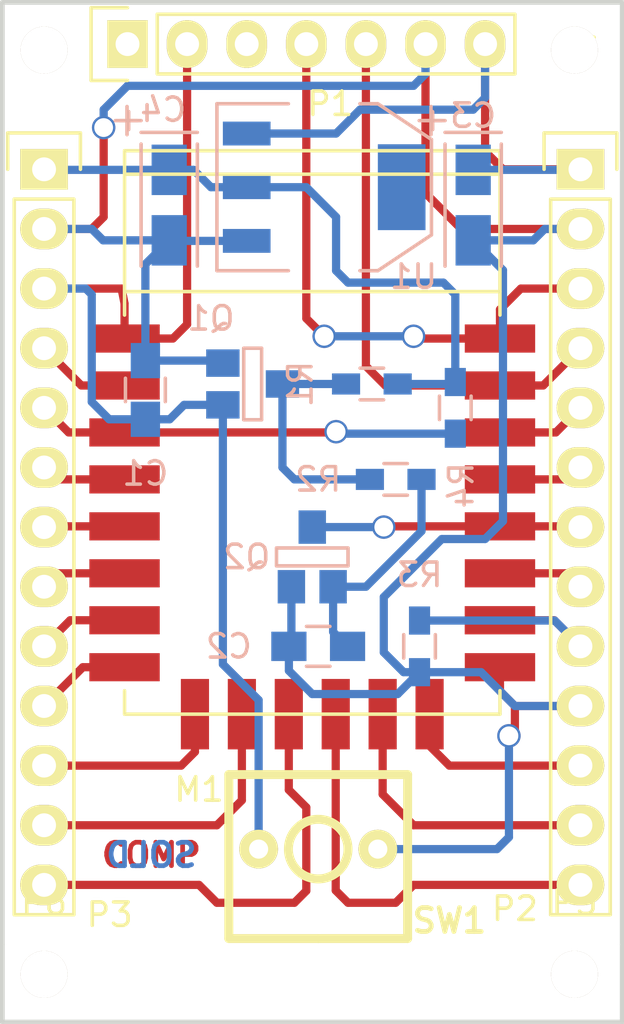
<source format=kicad_pcb>
(kicad_pcb (version 4) (host pcbnew "(2015-01-16 BZR 5376)-product")

  (general
    (links 55)
    (no_connects 0)
    (area 108.891667 38.707 142.568334 84.682001)
    (thickness 1.6)
    (drawings 8)
    (tracks 180)
    (zones 0)
    (modules 20)
    (nets 33)
  )

  (page A4)
  (layers
    (0 F.Cu signal)
    (31 B.Cu signal)
    (32 B.Adhes user)
    (33 F.Adhes user)
    (34 B.Paste user)
    (35 F.Paste user)
    (36 B.SilkS user)
    (37 F.SilkS user)
    (38 B.Mask user)
    (39 F.Mask user)
    (40 Dwgs.User user)
    (41 Cmts.User user)
    (42 Eco1.User user)
    (43 Eco2.User user)
    (44 Edge.Cuts user)
    (45 Margin user)
    (46 B.CrtYd user)
    (47 F.CrtYd user)
    (48 B.Fab user)
    (49 F.Fab user)
  )

  (setup
    (last_trace_width 0.35)
    (trace_clearance 0.5)
    (zone_clearance 0.508)
    (zone_45_only no)
    (trace_min 0.254)
    (segment_width 0.2)
    (edge_width 0.2)
    (via_size 1)
    (via_drill 0.8)
    (via_min_size 0.889)
    (via_min_drill 0.508)
    (uvia_size 0.508)
    (uvia_drill 0.127)
    (uvias_allowed no)
    (uvia_min_size 0.508)
    (uvia_min_drill 0.127)
    (pcb_text_width 0.3)
    (pcb_text_size 1.5 1.5)
    (mod_edge_width 0.15)
    (mod_text_size 1 1)
    (mod_text_width 0.15)
    (pad_size 2 2)
    (pad_drill 2)
    (pad_to_mask_clearance 0)
    (aux_axis_origin 0 0)
    (visible_elements 7FFFF7FF)
    (pcbplotparams
      (layerselection 0x00000_80000001)
      (usegerberextensions false)
      (excludeedgelayer false)
      (linewidth 0.100000)
      (plotframeref false)
      (viasonmask false)
      (mode 1)
      (useauxorigin false)
      (hpglpennumber 1)
      (hpglpenspeed 20)
      (hpglpendiameter 15)
      (hpglpenoverlay 2)
      (psnegative false)
      (psa4output false)
      (plotreference true)
      (plotvalue true)
      (plotinvisibletext false)
      (padsonsilk false)
      (subtractmaskfromsilk false)
      (outputformat 2)
      (mirror false)
      (drillshape 0)
      (scaleselection 1)
      (outputdirectory ""))
  )

  (net 0 "")
  (net 1 /DTR)
  (net 2 GND)
  (net 3 "Net-(C2-Pad1)")
  (net 4 +5V)
  (net 5 +3V3)
  (net 6 "Net-(M1-Pad16)")
  (net 7 "Net-(M1-Pad2)")
  (net 8 "Net-(M1-Pad3)")
  (net 9 "Net-(M1-Pad4)")
  (net 10 "Net-(M1-Pad5)")
  (net 11 "Net-(M1-Pad6)")
  (net 12 "Net-(M1-Pad7)")
  (net 13 "Net-(M1-Pad8)")
  (net 14 "Net-(M1-Pad9)")
  (net 15 "Net-(M1-Pad10)")
  (net 16 /GPIO10)
  (net 17 /MOSI)
  (net 18 /SCK)
  (net 19 "Net-(M1-Pad11)")
  (net 20 "Net-(M1-Pad17)")
  (net 21 /GPIO0)
  (net 22 "Net-(M1-Pad19)")
  (net 23 "Net-(M1-Pad20)")
  (net 24 /TX)
  (net 25 /RX)
  (net 26 "Net-(P1-Pad1)")
  (net 27 "Net-(P1-Pad3)")
  (net 28 "Net-(Q1-PadD)")
  (net 29 "Net-(P4-Pad1)")
  (net 30 "Net-(P5-Pad1)")
  (net 31 "Net-(P6-Pad1)")
  (net 32 "Net-(P7-Pad1)")

  (net_class Default "This is the default net class."
    (clearance 0.5)
    (trace_width 0.35)
    (via_dia 1)
    (via_drill 0.8)
    (uvia_dia 0.508)
    (uvia_drill 0.127)
    (add_net +3V3)
    (add_net +5V)
    (add_net /DTR)
    (add_net /GPIO0)
    (add_net /GPIO10)
    (add_net /MOSI)
    (add_net /RX)
    (add_net /SCK)
    (add_net /TX)
    (add_net GND)
    (add_net "Net-(C2-Pad1)")
    (add_net "Net-(M1-Pad10)")
    (add_net "Net-(M1-Pad11)")
    (add_net "Net-(M1-Pad16)")
    (add_net "Net-(M1-Pad17)")
    (add_net "Net-(M1-Pad19)")
    (add_net "Net-(M1-Pad2)")
    (add_net "Net-(M1-Pad20)")
    (add_net "Net-(M1-Pad3)")
    (add_net "Net-(M1-Pad4)")
    (add_net "Net-(M1-Pad5)")
    (add_net "Net-(M1-Pad6)")
    (add_net "Net-(M1-Pad7)")
    (add_net "Net-(M1-Pad8)")
    (add_net "Net-(M1-Pad9)")
    (add_net "Net-(P1-Pad1)")
    (add_net "Net-(P1-Pad3)")
    (add_net "Net-(P4-Pad1)")
    (add_net "Net-(P5-Pad1)")
    (add_net "Net-(P6-Pad1)")
    (add_net "Net-(P7-Pad1)")
    (add_net "Net-(Q1-PadD)")
  )

  (module Connect:1pin (layer F.Cu) (tedit 5576C7DE) (tstamp 5576C42C)
    (at 136.906 43.18)
    (descr "module 1 pin (ou trou mecanique de percage)")
    (tags DEV)
    (path /5576C13E)
    (fp_text reference P7 (at 0 0) (layer F.SilkS)
      (effects (font (size 1 1) (thickness 0.15)))
    )
    (fp_text value CONN_01X01 (at 0 2.794) (layer F.Fab) hide
      (effects (font (size 1 1) (thickness 0.15)))
    )
    (pad 1 thru_hole circle (at 0 0) (size 2 2) (drill 2) (layers *.Cu *.Mask F.SilkS)
      (net 32 "Net-(P7-Pad1)"))
  )

  (module Connect:1pin (layer F.Cu) (tedit 5576C7EA) (tstamp 5576C5A5)
    (at 114.3 43.18)
    (descr "module 1 pin (ou trou mecanique de percage)")
    (tags DEV)
    (path /5576BDB1)
    (fp_text reference P4 (at 0 0) (layer F.SilkS)
      (effects (font (size 1 1) (thickness 0.15)))
    )
    (fp_text value CONN_01X01 (at 0 2.794) (layer F.Fab) hide
      (effects (font (size 1 1) (thickness 0.15)))
    )
    (pad 1 thru_hole circle (at 0 0) (size 2 2) (drill 2) (layers *.Cu *.Mask F.SilkS)
      (net 29 "Net-(P4-Pad1)"))
  )

  (module Connect:1pin (layer F.Cu) (tedit 5576C7FA) (tstamp 5576C426)
    (at 114.3 82.55)
    (descr "module 1 pin (ou trou mecanique de percage)")
    (tags DEV)
    (path /5576C098)
    (fp_text reference P6 (at 0 -3.048) (layer F.SilkS)
      (effects (font (size 1 1) (thickness 0.15)))
    )
    (fp_text value CONN_01X01 (at 6.858 0.508) (layer F.Fab) hide
      (effects (font (size 1 1) (thickness 0.15)))
    )
    (pad 1 thru_hole circle (at 0 0) (size 2 2) (drill 2) (layers *.Cu *.Mask F.SilkS)
      (net 31 "Net-(P6-Pad1)"))
  )

  (module Connect:1pin (layer F.Cu) (tedit 5576C7FC) (tstamp 5576C420)
    (at 136.906 82.55)
    (descr "module 1 pin (ou trou mecanique de percage)")
    (tags DEV)
    (path /5576BFB1)
    (fp_text reference P5 (at 0 -3.048) (layer F.SilkS)
      (effects (font (size 1 1) (thickness 0.15)))
    )
    (fp_text value CONN_01X01 (at -5.842 0.508) (layer F.Fab) hide
      (effects (font (size 1 1) (thickness 0.15)))
    )
    (pad 1 thru_hole circle (at 0 0) (size 2 2) (drill 2) (layers *.Cu *.Mask F.SilkS)
      (net 30 "Net-(P5-Pad1)"))
  )

  (module Capacitors_SMD:C_0805_HandSoldering (layer B.Cu) (tedit 55769559) (tstamp 556CF1A9)
    (at 118.618 57.658 90)
    (descr "Capacitor SMD 0805, hand soldering")
    (tags "capacitor 0805")
    (path /556CE6F6)
    (attr smd)
    (fp_text reference C1 (at -3.556 0 180) (layer B.SilkS)
      (effects (font (size 1 1) (thickness 0.15)) (justify mirror))
    )
    (fp_text value 0.1u (at 0 -2.1 90) (layer B.Fab)
      (effects (font (size 1 1) (thickness 0.15)) (justify mirror))
    )
    (fp_line (start -2.3 1) (end 2.3 1) (layer B.CrtYd) (width 0.05))
    (fp_line (start -2.3 -1) (end 2.3 -1) (layer B.CrtYd) (width 0.05))
    (fp_line (start -2.3 1) (end -2.3 -1) (layer B.CrtYd) (width 0.05))
    (fp_line (start 2.3 1) (end 2.3 -1) (layer B.CrtYd) (width 0.05))
    (fp_line (start 0.5 0.85) (end -0.5 0.85) (layer B.SilkS) (width 0.15))
    (fp_line (start -0.5 -0.85) (end 0.5 -0.85) (layer B.SilkS) (width 0.15))
    (pad 1 smd rect (at -1.25 0 90) (size 1.5 1.25) (layers B.Cu B.Paste B.Mask)
      (net 1 /DTR))
    (pad 2 smd rect (at 1.25 0 90) (size 1.5 1.25) (layers B.Cu B.Paste B.Mask)
      (net 2 GND))
    (model Capacitors_SMD.3dshapes/C_0805_HandSoldering.wrl
      (at (xyz 0 0 0))
      (scale (xyz 1 1 1))
      (rotate (xyz 0 0 0))
    )
  )

  (module Capacitors_SMD:C_0805_HandSoldering (layer B.Cu) (tedit 557694B6) (tstamp 556CF1B5)
    (at 125.984 68.58 180)
    (descr "Capacitor SMD 0805, hand soldering")
    (tags "capacitor 0805")
    (path /556CE6DD)
    (attr smd)
    (fp_text reference C2 (at 3.81 0 180) (layer B.SilkS)
      (effects (font (size 1 1) (thickness 0.15)) (justify mirror))
    )
    (fp_text value 2u2 (at 0 -2.1 180) (layer B.Fab)
      (effects (font (size 1 1) (thickness 0.15)) (justify mirror))
    )
    (fp_line (start -2.3 1) (end 2.3 1) (layer B.CrtYd) (width 0.05))
    (fp_line (start -2.3 -1) (end 2.3 -1) (layer B.CrtYd) (width 0.05))
    (fp_line (start -2.3 1) (end -2.3 -1) (layer B.CrtYd) (width 0.05))
    (fp_line (start 2.3 1) (end 2.3 -1) (layer B.CrtYd) (width 0.05))
    (fp_line (start 0.5 0.85) (end -0.5 0.85) (layer B.SilkS) (width 0.15))
    (fp_line (start -0.5 -0.85) (end 0.5 -0.85) (layer B.SilkS) (width 0.15))
    (pad 1 smd rect (at -1.25 0 180) (size 1.5 1.25) (layers B.Cu B.Paste B.Mask)
      (net 3 "Net-(C2-Pad1)"))
    (pad 2 smd rect (at 1.25 0 180) (size 1.5 1.25) (layers B.Cu B.Paste B.Mask)
      (net 2 GND))
    (model Capacitors_SMD.3dshapes/C_0805_HandSoldering.wrl
      (at (xyz 0 0 0))
      (scale (xyz 1 1 1))
      (rotate (xyz 0 0 0))
    )
  )

  (module Capacitors_Tantalum_SMD:TantalC_SizeA_EIA-3216_Wave (layer B.Cu) (tedit 5576952F) (tstamp 556CF1C1)
    (at 132.588 49.784 270)
    (descr "Tantal Cap. , Size A, EIA-3216, Wave,")
    (tags "Tantal Cap. , Size A, EIA-3216, Wave,")
    (path /556CE6E1)
    (attr smd)
    (fp_text reference C3 (at -3.81 0 360) (layer B.SilkS)
      (effects (font (size 1 1) (thickness 0.15)) (justify mirror))
    )
    (fp_text value 4u7 (at 0 -0.254 270) (layer B.Fab)
      (effects (font (size 1 1) (thickness 0.15)) (justify mirror))
    )
    (fp_text user + (at -3.59918 1.80086 270) (layer B.SilkS)
      (effects (font (size 1 1) (thickness 0.15)) (justify mirror))
    )
    (fp_line (start -2.60096 -1.19888) (end 2.60096 -1.19888) (layer B.SilkS) (width 0.15))
    (fp_line (start 2.60096 1.19888) (end -2.60096 1.19888) (layer B.SilkS) (width 0.15))
    (fp_line (start -3.59918 2.2987) (end -3.59918 1.19888) (layer B.SilkS) (width 0.15))
    (fp_line (start -4.19862 1.79832) (end -2.99974 1.79832) (layer B.SilkS) (width 0.15))
    (fp_line (start -3.09626 1.19888) (end -3.09626 -1.19888) (layer B.SilkS) (width 0.15))
    (pad 2 smd rect (at 1.50114 0 270) (size 2.14884 1.50114) (layers B.Cu B.Paste B.Mask)
      (net 2 GND))
    (pad 1 smd rect (at -1.50114 0 270) (size 2.14884 1.50114) (layers B.Cu B.Paste B.Mask)
      (net 4 +5V))
    (model Capacitors_Tantalum_SMD.3dshapes/TantalC_SizeA_EIA-3216_Wave.wrl
      (at (xyz 0 0 0))
      (scale (xyz 1 1 1))
      (rotate (xyz 0 0 180))
    )
  )

  (module Capacitors_Tantalum_SMD:TantalC_SizeA_EIA-3216_Wave (layer B.Cu) (tedit 55769473) (tstamp 556CF1CD)
    (at 119.634 49.784 270)
    (descr "Tantal Cap. , Size A, EIA-3216, Wave,")
    (tags "Tantal Cap. , Size A, EIA-3216, Wave,")
    (path /556CE6E0)
    (attr smd)
    (fp_text reference C4 (at -4.064 0.254 360) (layer B.SilkS)
      (effects (font (size 1 1) (thickness 0.15)) (justify mirror))
    )
    (fp_text value 10u (at -2.54 0 360) (layer B.Fab) hide
      (effects (font (size 1 1) (thickness 0.15)) (justify mirror))
    )
    (fp_text user + (at -3.59918 1.80086 270) (layer B.SilkS)
      (effects (font (size 1 1) (thickness 0.15)) (justify mirror))
    )
    (fp_line (start -2.60096 -1.19888) (end 2.60096 -1.19888) (layer B.SilkS) (width 0.15))
    (fp_line (start 2.60096 1.19888) (end -2.60096 1.19888) (layer B.SilkS) (width 0.15))
    (fp_line (start -3.59918 2.2987) (end -3.59918 1.19888) (layer B.SilkS) (width 0.15))
    (fp_line (start -4.19862 1.79832) (end -2.99974 1.79832) (layer B.SilkS) (width 0.15))
    (fp_line (start -3.09626 1.19888) (end -3.09626 -1.19888) (layer B.SilkS) (width 0.15))
    (pad 2 smd rect (at 1.50114 0 270) (size 2.14884 1.50114) (layers B.Cu B.Paste B.Mask)
      (net 2 GND))
    (pad 1 smd rect (at -1.50114 0 270) (size 2.14884 1.50114) (layers B.Cu B.Paste B.Mask)
      (net 5 +3V3))
    (model Capacitors_Tantalum_SMD.3dshapes/TantalC_SizeA_EIA-3216_Wave.wrl
      (at (xyz 0 0 0))
      (scale (xyz 1 1 1))
      (rotate (xyz 0 0 180))
    )
  )

  (module ESP12E:ESP-12E (layer F.Cu) (tedit 5576986E) (tstamp 556CF1F2)
    (at 125.73 61.468 270)
    (path /556CE6F8)
    (fp_text reference M1 (at 13.208 4.826 360) (layer F.SilkS)
      (effects (font (size 1 1) (thickness 0.15)))
    )
    (fp_text value ESP-12E (at -6.604 0 360) (layer F.SilkS) hide
      (effects (font (size 1.016 1.016) (thickness 0.1524)))
    )
    (fp_line (start -13 -8) (end -14 -8) (layer F.SilkS) (width 0.15))
    (fp_line (start -14 -8) (end -14 8) (layer F.SilkS) (width 0.15))
    (fp_line (start -14 8) (end -13 8) (layer F.SilkS) (width 0.15))
    (fp_line (start -8 -8) (end -8 8) (layer F.SilkS) (width 0.15))
    (fp_line (start -7 8) (end -13 8) (layer F.SilkS) (width 0.15))
    (fp_line (start -13 8) (end -13 -8) (layer F.SilkS) (width 0.15))
    (fp_line (start -13 -8) (end -7 -8) (layer F.SilkS) (width 0.15))
    (fp_line (start 9 8) (end 10 8) (layer F.SilkS) (width 0.15))
    (fp_line (start 10 8) (end 10 -8) (layer F.SilkS) (width 0.15))
    (fp_line (start 10 -8) (end 9 -8) (layer F.SilkS) (width 0.15))
    (pad 16 smd rect (at 6 -8 270) (size 1.2 3) (layers F.Cu F.Paste F.Mask)
      (net 6 "Net-(M1-Pad16)"))
    (pad 1 smd rect (at -6 8 270) (size 1.2 3) (layers F.Cu F.Paste F.Mask)
      (net 1 /DTR))
    (pad 2 smd rect (at -4 8 270) (size 1.2 3) (layers F.Cu F.Paste F.Mask)
      (net 7 "Net-(M1-Pad2)"))
    (pad 3 smd rect (at -2 8 270) (size 1.2 3) (layers F.Cu F.Paste F.Mask)
      (net 8 "Net-(M1-Pad3)"))
    (pad 4 smd rect (at 0 8 270) (size 1.2 3) (layers F.Cu F.Paste F.Mask)
      (net 9 "Net-(M1-Pad4)"))
    (pad 5 smd rect (at 2 8 270) (size 1.2 3) (layers F.Cu F.Paste F.Mask)
      (net 10 "Net-(M1-Pad5)"))
    (pad 6 smd rect (at 4 8 270) (size 1.2 3) (layers F.Cu F.Paste F.Mask)
      (net 11 "Net-(M1-Pad6)"))
    (pad 7 smd rect (at 6 8 270) (size 1.2 3) (layers F.Cu F.Paste F.Mask)
      (net 12 "Net-(M1-Pad7)"))
    (pad 8 smd rect (at 8 8 270) (size 1.2 3) (layers F.Cu F.Paste F.Mask)
      (net 13 "Net-(M1-Pad8)"))
    (pad 9 smd rect (at 10 5 180) (size 1.2 3) (layers F.Cu F.Paste F.Mask)
      (net 14 "Net-(M1-Pad9)"))
    (pad 10 smd rect (at 10 3 180) (size 1.2 3) (layers F.Cu F.Paste F.Mask)
      (net 15 "Net-(M1-Pad10)"))
    (pad 12 smd rect (at 10 -1 180) (size 1.2 3) (layers F.Cu F.Paste F.Mask)
      (net 16 /GPIO10))
    (pad 13 smd rect (at 10 -3 180) (size 1.2 3) (layers F.Cu F.Paste F.Mask)
      (net 17 /MOSI))
    (pad 14 smd rect (at 10 -5 180) (size 1.2 3) (layers F.Cu F.Paste F.Mask)
      (net 18 /SCK))
    (pad 15 smd rect (at 8 -8 270) (size 1.2 3) (layers F.Cu F.Paste F.Mask)
      (net 2 GND))
    (pad 16 smd rect (at 6 -8 270) (size 1.2 3) (layers F.Cu F.Paste F.Mask)
      (net 6 "Net-(M1-Pad16)"))
    (pad 11 smd rect (at 10 1 180) (size 1.2 3) (layers F.Cu F.Paste F.Mask)
      (net 19 "Net-(M1-Pad11)"))
    (pad 17 smd rect (at 4 -8 270) (size 1.2 3) (layers F.Cu F.Paste F.Mask)
      (net 20 "Net-(M1-Pad17)"))
    (pad 18 smd rect (at 2 -8 270) (size 1.2 3) (layers F.Cu F.Paste F.Mask)
      (net 21 /GPIO0))
    (pad 19 smd rect (at 0 -8 270) (size 1.2 3) (layers F.Cu F.Paste F.Mask)
      (net 22 "Net-(M1-Pad19)"))
    (pad 20 smd rect (at -2 -8 270) (size 1.2 3) (layers F.Cu F.Paste F.Mask)
      (net 23 "Net-(M1-Pad20)"))
    (pad 21 smd rect (at -4 -8 270) (size 1.2 3) (layers F.Cu F.Paste F.Mask)
      (net 24 /TX))
    (pad 22 smd rect (at -6 -8 270) (size 1.2 3) (layers F.Cu F.Paste F.Mask)
      (net 25 /RX))
  )

  (module Pin_Headers:Pin_Header_Straight_1x13 (layer F.Cu) (tedit 5576AAE4) (tstamp 5576AAF9)
    (at 137.16 48.26)
    (descr "Through hole pin header")
    (tags "pin header")
    (path /556CE9FA)
    (fp_text reference P2 (at -2.794 31.496) (layer F.SilkS)
      (effects (font (size 1 1) (thickness 0.15)))
    )
    (fp_text value CONN_01X13 (at 0 -3.1) (layer F.Fab) hide
      (effects (font (size 1 1) (thickness 0.15)))
    )
    (fp_line (start -1.75 -1.75) (end -1.75 32.25) (layer F.CrtYd) (width 0.05))
    (fp_line (start 1.75 -1.75) (end 1.75 32.25) (layer F.CrtYd) (width 0.05))
    (fp_line (start -1.75 -1.75) (end 1.75 -1.75) (layer F.CrtYd) (width 0.05))
    (fp_line (start -1.75 32.25) (end 1.75 32.25) (layer F.CrtYd) (width 0.05))
    (fp_line (start -1.27 1.27) (end -1.27 31.75) (layer F.SilkS) (width 0.15))
    (fp_line (start -1.27 31.75) (end 1.27 31.75) (layer F.SilkS) (width 0.15))
    (fp_line (start 1.27 31.75) (end 1.27 1.27) (layer F.SilkS) (width 0.15))
    (fp_line (start 1.55 -1.55) (end 1.55 0) (layer F.SilkS) (width 0.15))
    (fp_line (start 1.27 1.27) (end -1.27 1.27) (layer F.SilkS) (width 0.15))
    (fp_line (start -1.55 0) (end -1.55 -1.55) (layer F.SilkS) (width 0.15))
    (fp_line (start -1.55 -1.55) (end 1.55 -1.55) (layer F.SilkS) (width 0.15))
    (pad 1 thru_hole rect (at 0 0) (size 2.032 1.7272) (drill 1.016) (layers *.Cu *.Mask F.SilkS)
      (net 4 +5V))
    (pad 2 thru_hole oval (at 0 2.54) (size 2.032 1.7272) (drill 1.016) (layers *.Cu *.Mask F.SilkS)
      (net 2 GND))
    (pad 3 thru_hole oval (at 0 5.08) (size 2.032 1.7272) (drill 1.016) (layers *.Cu *.Mask F.SilkS)
      (net 25 /RX))
    (pad 4 thru_hole oval (at 0 7.62) (size 2.032 1.7272) (drill 1.016) (layers *.Cu *.Mask F.SilkS)
      (net 24 /TX))
    (pad 5 thru_hole oval (at 0 10.16) (size 2.032 1.7272) (drill 1.016) (layers *.Cu *.Mask F.SilkS)
      (net 23 "Net-(M1-Pad20)"))
    (pad 6 thru_hole oval (at 0 12.7) (size 2.032 1.7272) (drill 1.016) (layers *.Cu *.Mask F.SilkS)
      (net 22 "Net-(M1-Pad19)"))
    (pad 7 thru_hole oval (at 0 15.24) (size 2.032 1.7272) (drill 1.016) (layers *.Cu *.Mask F.SilkS)
      (net 21 /GPIO0))
    (pad 8 thru_hole oval (at 0 17.78) (size 2.032 1.7272) (drill 1.016) (layers *.Cu *.Mask F.SilkS)
      (net 20 "Net-(M1-Pad17)"))
    (pad 9 thru_hole oval (at 0 20.32) (size 2.032 1.7272) (drill 1.016) (layers *.Cu *.Mask F.SilkS)
      (net 6 "Net-(M1-Pad16)"))
    (pad 10 thru_hole oval (at 0 22.86) (size 2.032 1.7272) (drill 1.016) (layers *.Cu *.Mask F.SilkS)
      (net 2 GND))
    (pad 11 thru_hole oval (at 0 25.4) (size 2.032 1.7272) (drill 1.016) (layers *.Cu *.Mask F.SilkS)
      (net 18 /SCK))
    (pad 12 thru_hole oval (at 0 27.94) (size 2.032 1.7272) (drill 1.016) (layers *.Cu *.Mask F.SilkS)
      (net 17 /MOSI))
    (pad 13 thru_hole oval (at 0 30.48) (size 2.032 1.7272) (drill 1.016) (layers *.Cu *.Mask F.SilkS)
      (net 16 /GPIO10))
    (model Pin_Headers.3dshapes/Pin_Header_Straight_1x13.wrl
      (at (xyz 0 -0.6 0))
      (scale (xyz 1 1 1))
      (rotate (xyz 0 0 90))
    )
  )

  (module Pin_Headers:Pin_Header_Straight_1x13 (layer F.Cu) (tedit 5576AAE0) (tstamp 5576AB16)
    (at 114.3 48.26)
    (descr "Through hole pin header")
    (tags "pin header")
    (path /556CEB45)
    (fp_text reference P3 (at 2.794 31.75) (layer F.SilkS)
      (effects (font (size 1 1) (thickness 0.15)))
    )
    (fp_text value CONN_01X13 (at 0 -3.1) (layer F.Fab) hide
      (effects (font (size 1 1) (thickness 0.15)))
    )
    (fp_line (start -1.75 -1.75) (end -1.75 32.25) (layer F.CrtYd) (width 0.05))
    (fp_line (start 1.75 -1.75) (end 1.75 32.25) (layer F.CrtYd) (width 0.05))
    (fp_line (start -1.75 -1.75) (end 1.75 -1.75) (layer F.CrtYd) (width 0.05))
    (fp_line (start -1.75 32.25) (end 1.75 32.25) (layer F.CrtYd) (width 0.05))
    (fp_line (start -1.27 1.27) (end -1.27 31.75) (layer F.SilkS) (width 0.15))
    (fp_line (start -1.27 31.75) (end 1.27 31.75) (layer F.SilkS) (width 0.15))
    (fp_line (start 1.27 31.75) (end 1.27 1.27) (layer F.SilkS) (width 0.15))
    (fp_line (start 1.55 -1.55) (end 1.55 0) (layer F.SilkS) (width 0.15))
    (fp_line (start 1.27 1.27) (end -1.27 1.27) (layer F.SilkS) (width 0.15))
    (fp_line (start -1.55 0) (end -1.55 -1.55) (layer F.SilkS) (width 0.15))
    (fp_line (start -1.55 -1.55) (end 1.55 -1.55) (layer F.SilkS) (width 0.15))
    (pad 1 thru_hole rect (at 0 0) (size 2.032 1.7272) (drill 1.016) (layers *.Cu *.Mask F.SilkS)
      (net 5 +3V3))
    (pad 2 thru_hole oval (at 0 2.54) (size 2.032 1.7272) (drill 1.016) (layers *.Cu *.Mask F.SilkS)
      (net 2 GND))
    (pad 3 thru_hole oval (at 0 5.08) (size 2.032 1.7272) (drill 1.016) (layers *.Cu *.Mask F.SilkS)
      (net 1 /DTR))
    (pad 4 thru_hole oval (at 0 7.62) (size 2.032 1.7272) (drill 1.016) (layers *.Cu *.Mask F.SilkS)
      (net 7 "Net-(M1-Pad2)"))
    (pad 5 thru_hole oval (at 0 10.16) (size 2.032 1.7272) (drill 1.016) (layers *.Cu *.Mask F.SilkS)
      (net 8 "Net-(M1-Pad3)"))
    (pad 6 thru_hole oval (at 0 12.7) (size 2.032 1.7272) (drill 1.016) (layers *.Cu *.Mask F.SilkS)
      (net 9 "Net-(M1-Pad4)"))
    (pad 7 thru_hole oval (at 0 15.24) (size 2.032 1.7272) (drill 1.016) (layers *.Cu *.Mask F.SilkS)
      (net 10 "Net-(M1-Pad5)"))
    (pad 8 thru_hole oval (at 0 17.78) (size 2.032 1.7272) (drill 1.016) (layers *.Cu *.Mask F.SilkS)
      (net 11 "Net-(M1-Pad6)"))
    (pad 9 thru_hole oval (at 0 20.32) (size 2.032 1.7272) (drill 1.016) (layers *.Cu *.Mask F.SilkS)
      (net 12 "Net-(M1-Pad7)"))
    (pad 10 thru_hole oval (at 0 22.86) (size 2.032 1.7272) (drill 1.016) (layers *.Cu *.Mask F.SilkS)
      (net 13 "Net-(M1-Pad8)"))
    (pad 11 thru_hole oval (at 0 25.4) (size 2.032 1.7272) (drill 1.016) (layers *.Cu *.Mask F.SilkS)
      (net 14 "Net-(M1-Pad9)"))
    (pad 12 thru_hole oval (at 0 27.94) (size 2.032 1.7272) (drill 1.016) (layers *.Cu *.Mask F.SilkS)
      (net 15 "Net-(M1-Pad10)"))
    (pad 13 thru_hole oval (at 0 30.48) (size 2.032 1.7272) (drill 1.016) (layers *.Cu *.Mask F.SilkS)
      (net 19 "Net-(M1-Pad11)"))
    (model Pin_Headers.3dshapes/Pin_Header_Straight_1x13.wrl
      (at (xyz 0 -0.6 0))
      (scale (xyz 1 1 1))
      (rotate (xyz 0 0 90))
    )
  )

  (module ESP12E:SOT-23-GDS (layer B.Cu) (tedit 55769467) (tstamp 556CF28A)
    (at 123.19 57.404 270)
    (descr "Module CMS SOT23 Transistore EBC")
    (tags "CMS SOT")
    (path /556CE6DB)
    (attr smd)
    (fp_text reference Q1 (at -2.794 1.778 360) (layer B.SilkS)
      (effects (font (size 1 1) (thickness 0.15)) (justify mirror))
    )
    (fp_text value BSS138 (at 0 0 270) (layer B.SilkS) hide
      (effects (font (size 0.254 0.254) (thickness 0.0254)) (justify mirror))
    )
    (fp_line (start -1.524 0.381) (end 1.524 0.381) (layer B.SilkS) (width 0.15))
    (fp_line (start 1.524 0.381) (end 1.524 -0.381) (layer B.SilkS) (width 0.15))
    (fp_line (start 1.524 -0.381) (end -1.524 -0.381) (layer B.SilkS) (width 0.15))
    (fp_line (start -1.524 -0.381) (end -1.524 0.381) (layer B.SilkS) (width 0.15))
    (pad S smd rect (at -0.889 1.27 270) (size 1.1684 1.4224) (layers B.Cu B.Paste B.Mask)
      (net 2 GND))
    (pad G smd rect (at 0.889 1.27 270) (size 1.1684 1.4224) (layers B.Cu B.Paste B.Mask)
      (net 1 /DTR))
    (pad D smd rect (at 0 -1.27 270) (size 1.1684 1.4224) (layers B.Cu B.Paste B.Mask)
      (net 28 "Net-(Q1-PadD)"))
    (model SMD_Packages/SOT-23-GDS.wrl
      (at (xyz 0 0 0))
      (scale (xyz 0.13 0.15 0.15))
      (rotate (xyz 0 0 0))
    )
  )

  (module ESP12E:SOT-23-GDS (layer B.Cu) (tedit 5576944A) (tstamp 556CF295)
    (at 125.73 64.77)
    (descr "Module CMS SOT23 Transistore EBC")
    (tags "CMS SOT")
    (path /556CE6DA)
    (attr smd)
    (fp_text reference Q2 (at -2.794 0) (layer B.SilkS)
      (effects (font (size 1 1) (thickness 0.15)) (justify mirror))
    )
    (fp_text value BSS138 (at 0 0) (layer B.SilkS) hide
      (effects (font (size 0.254 0.254) (thickness 0.0254)) (justify mirror))
    )
    (fp_line (start -1.524 0.381) (end 1.524 0.381) (layer B.SilkS) (width 0.15))
    (fp_line (start 1.524 0.381) (end 1.524 -0.381) (layer B.SilkS) (width 0.15))
    (fp_line (start 1.524 -0.381) (end -1.524 -0.381) (layer B.SilkS) (width 0.15))
    (fp_line (start -1.524 -0.381) (end -1.524 0.381) (layer B.SilkS) (width 0.15))
    (pad S smd rect (at -0.889 1.27) (size 1.1684 1.4224) (layers B.Cu B.Paste B.Mask)
      (net 2 GND))
    (pad G smd rect (at 0.889 1.27) (size 1.1684 1.4224) (layers B.Cu B.Paste B.Mask)
      (net 3 "Net-(C2-Pad1)"))
    (pad D smd rect (at 0 -1.27) (size 1.1684 1.4224) (layers B.Cu B.Paste B.Mask)
      (net 21 /GPIO0))
    (model SMD_Packages/SOT-23-GDS.wrl
      (at (xyz 0 0 0))
      (scale (xyz 0.13 0.15 0.15))
      (rotate (xyz 0 0 0))
    )
  )

  (module Resistors_SMD:R_0603_HandSoldering (layer B.Cu) (tedit 5576953A) (tstamp 556CF2A1)
    (at 128.27 57.404 180)
    (descr "Resistor SMD 0603, hand soldering")
    (tags "resistor 0603")
    (path /556CE6DC)
    (attr smd)
    (fp_text reference R1 (at 3.048 0 270) (layer B.SilkS)
      (effects (font (size 1 1) (thickness 0.15)) (justify mirror))
    )
    (fp_text value 470K (at 0.254 0 180) (layer B.Fab)
      (effects (font (size 1 1) (thickness 0.15)) (justify mirror))
    )
    (fp_line (start -2 0.8) (end 2 0.8) (layer B.CrtYd) (width 0.05))
    (fp_line (start -2 -0.8) (end 2 -0.8) (layer B.CrtYd) (width 0.05))
    (fp_line (start -2 0.8) (end -2 -0.8) (layer B.CrtYd) (width 0.05))
    (fp_line (start 2 0.8) (end 2 -0.8) (layer B.CrtYd) (width 0.05))
    (fp_line (start 0.5 -0.675) (end -0.5 -0.675) (layer B.SilkS) (width 0.15))
    (fp_line (start -0.5 0.675) (end 0.5 0.675) (layer B.SilkS) (width 0.15))
    (pad 1 smd rect (at -1.1 0 180) (size 1.2 0.9) (layers B.Cu B.Paste B.Mask)
      (net 5 +3V3))
    (pad 2 smd rect (at 1.1 0 180) (size 1.2 0.9) (layers B.Cu B.Paste B.Mask)
      (net 28 "Net-(Q1-PadD)"))
    (model Resistors_SMD.3dshapes/R_0603_HandSoldering.wrl
      (at (xyz 0 0 0))
      (scale (xyz 1 1 1))
      (rotate (xyz 0 0 0))
    )
  )

  (module Resistors_SMD:R_0603_HandSoldering (layer B.Cu) (tedit 55769457) (tstamp 556CF2AD)
    (at 129.286 61.468 180)
    (descr "Resistor SMD 0603, hand soldering")
    (tags "resistor 0603")
    (path /556CE6DE)
    (attr smd)
    (fp_text reference R2 (at 3.302 0 360) (layer B.SilkS)
      (effects (font (size 1 1) (thickness 0.15)) (justify mirror))
    )
    (fp_text value 100K (at 0 -1.9 180) (layer B.Fab)
      (effects (font (size 1 1) (thickness 0.15)) (justify mirror))
    )
    (fp_line (start -2 0.8) (end 2 0.8) (layer B.CrtYd) (width 0.05))
    (fp_line (start -2 -0.8) (end 2 -0.8) (layer B.CrtYd) (width 0.05))
    (fp_line (start -2 0.8) (end -2 -0.8) (layer B.CrtYd) (width 0.05))
    (fp_line (start 2 0.8) (end 2 -0.8) (layer B.CrtYd) (width 0.05))
    (fp_line (start 0.5 -0.675) (end -0.5 -0.675) (layer B.SilkS) (width 0.15))
    (fp_line (start -0.5 0.675) (end 0.5 0.675) (layer B.SilkS) (width 0.15))
    (pad 1 smd rect (at -1.1 0 180) (size 1.2 0.9) (layers B.Cu B.Paste B.Mask)
      (net 3 "Net-(C2-Pad1)"))
    (pad 2 smd rect (at 1.1 0 180) (size 1.2 0.9) (layers B.Cu B.Paste B.Mask)
      (net 28 "Net-(Q1-PadD)"))
    (model Resistors_SMD.3dshapes/R_0603_HandSoldering.wrl
      (at (xyz 0 0 0))
      (scale (xyz 1 1 1))
      (rotate (xyz 0 0 0))
    )
  )

  (module Resistors_SMD:R_0603_HandSoldering (layer B.Cu) (tedit 557694C0) (tstamp 556CF853)
    (at 130.302 68.58 90)
    (descr "Resistor SMD 0603, hand soldering")
    (tags "resistor 0603")
    (path /556CE6EE)
    (attr smd)
    (fp_text reference R3 (at 3.048 0 180) (layer B.SilkS)
      (effects (font (size 1 1) (thickness 0.15)) (justify mirror))
    )
    (fp_text value 10K (at 0 -1.9 90) (layer B.Fab)
      (effects (font (size 1 1) (thickness 0.15)) (justify mirror))
    )
    (fp_line (start -2 0.8) (end 2 0.8) (layer B.CrtYd) (width 0.05))
    (fp_line (start -2 -0.8) (end 2 -0.8) (layer B.CrtYd) (width 0.05))
    (fp_line (start -2 0.8) (end -2 -0.8) (layer B.CrtYd) (width 0.05))
    (fp_line (start 2 0.8) (end 2 -0.8) (layer B.CrtYd) (width 0.05))
    (fp_line (start 0.5 -0.675) (end -0.5 -0.675) (layer B.SilkS) (width 0.15))
    (fp_line (start -0.5 0.675) (end 0.5 0.675) (layer B.SilkS) (width 0.15))
    (pad 1 smd rect (at -1.1 0 90) (size 1.2 0.9) (layers B.Cu B.Paste B.Mask)
      (net 2 GND))
    (pad 2 smd rect (at 1.1 0 90) (size 1.2 0.9) (layers B.Cu B.Paste B.Mask)
      (net 6 "Net-(M1-Pad16)"))
    (model Resistors_SMD.3dshapes/R_0603_HandSoldering.wrl
      (at (xyz 0 0 0))
      (scale (xyz 1 1 1))
      (rotate (xyz 0 0 0))
    )
  )

  (module Resistors_SMD:R_0603_HandSoldering (layer B.Cu) (tedit 557694D4) (tstamp 557690F4)
    (at 131.826 58.42 270)
    (descr "Resistor SMD 0603, hand soldering")
    (tags "resistor 0603")
    (path /556CE6F0)
    (attr smd)
    (fp_text reference R4 (at 3.302 -0.254 270) (layer B.SilkS)
      (effects (font (size 1 1) (thickness 0.15)) (justify mirror))
    )
    (fp_text value 47K (at 0 0 270) (layer B.Fab) hide
      (effects (font (size 1 1) (thickness 0.15)) (justify mirror))
    )
    (fp_line (start -2 0.8) (end 2 0.8) (layer B.CrtYd) (width 0.05))
    (fp_line (start -2 -0.8) (end 2 -0.8) (layer B.CrtYd) (width 0.05))
    (fp_line (start -2 0.8) (end -2 -0.8) (layer B.CrtYd) (width 0.05))
    (fp_line (start 2 0.8) (end 2 -0.8) (layer B.CrtYd) (width 0.05))
    (fp_line (start 0.5 -0.675) (end -0.5 -0.675) (layer B.SilkS) (width 0.15))
    (fp_line (start -0.5 0.675) (end 0.5 0.675) (layer B.SilkS) (width 0.15))
    (pad 1 smd rect (at -1.1 0 270) (size 1.2 0.9) (layers B.Cu B.Paste B.Mask)
      (net 5 +3V3))
    (pad 2 smd rect (at 1.1 0 270) (size 1.2 0.9) (layers B.Cu B.Paste B.Mask)
      (net 8 "Net-(M1-Pad3)"))
    (model Resistors_SMD.3dshapes/R_0603_HandSoldering.wrl
      (at (xyz 0 0 0))
      (scale (xyz 1 1 1))
      (rotate (xyz 0 0 0))
    )
  )

  (module ESP12E:SW_PUSH_SMALL_2pin_xl (layer F.Cu) (tedit 5576AAE6) (tstamp 5576AADC)
    (at 125.984 77.216 180)
    (path /556CE6D9)
    (fp_text reference SW1 (at -5.588 -3.048 180) (layer F.SilkS)
      (effects (font (size 1.016 1.016) (thickness 0.2032)))
    )
    (fp_text value SW_PUSH (at 0 -2.286 180) (layer F.SilkS) hide
      (effects (font (size 1.016 1.016) (thickness 0.2032)))
    )
    (fp_line (start 0 -3.81) (end 3.81 -3.81) (layer F.SilkS) (width 0.381))
    (fp_line (start 3.81 -3.81) (end 3.81 3.175) (layer F.SilkS) (width 0.381))
    (fp_line (start 3.81 3.175) (end -3.81 3.175) (layer F.SilkS) (width 0.381))
    (fp_line (start -3.81 3.175) (end -3.81 -3.81) (layer F.SilkS) (width 0.381))
    (fp_line (start -3.81 -3.81) (end 0 -3.81) (layer F.SilkS) (width 0.381))
    (fp_circle (center 0 0) (end 1.27 0) (layer F.SilkS) (width 0.381))
    (pad 1 thru_hole circle (at -2.54 0 180) (size 1.651 1.651) (drill 0.8128) (layers *.Cu *.Mask F.SilkS)
      (net 2 GND))
    (pad 2 thru_hole circle (at 2.54 0 180) (size 1.651 1.651) (drill 0.8128) (layers *.Cu *.Mask F.SilkS)
      (net 1 /DTR))
    (model discret/push_butt_shape1_blue.wrl
      (at (xyz 0 0 0))
      (scale (xyz 0.6 0.6 0.6))
      (rotate (xyz 0 0 0))
    )
  )

  (module SMD_Packages:SOT-223 (layer B.Cu) (tedit 557697C8) (tstamp 556CF2E1)
    (at 126.238 49.022 90)
    (descr "module CMS SOT223 4 pins")
    (tags "CMS SOT")
    (path /556CE6DF)
    (attr smd)
    (fp_text reference U1 (at -3.81 3.81 180) (layer B.SilkS)
      (effects (font (size 1 1) (thickness 0.15)) (justify mirror))
    )
    (fp_text value 1117-3.3 (at 0 0.508 180) (layer B.Fab) hide
      (effects (font (size 1 1) (thickness 0.15)) (justify mirror))
    )
    (fp_line (start -3.556 -1.524) (end -3.556 -4.572) (layer B.SilkS) (width 0.15))
    (fp_line (start -3.556 -4.572) (end 3.556 -4.572) (layer B.SilkS) (width 0.15))
    (fp_line (start 3.556 -4.572) (end 3.556 -1.524) (layer B.SilkS) (width 0.15))
    (fp_line (start -3.556 1.524) (end -3.556 2.286) (layer B.SilkS) (width 0.15))
    (fp_line (start -3.556 2.286) (end -2.032 4.572) (layer B.SilkS) (width 0.15))
    (fp_line (start -2.032 4.572) (end 2.032 4.572) (layer B.SilkS) (width 0.15))
    (fp_line (start 2.032 4.572) (end 3.556 2.286) (layer B.SilkS) (width 0.15))
    (fp_line (start 3.556 2.286) (end 3.556 1.524) (layer B.SilkS) (width 0.15))
    (pad 4 smd rect (at 0 3.302 90) (size 3.6576 2.032) (layers B.Cu B.Paste B.Mask))
    (pad 2 smd rect (at 0 -3.302 90) (size 1.016 2.032) (layers B.Cu B.Paste B.Mask)
      (net 5 +3V3))
    (pad 3 smd rect (at 2.286 -3.302 90) (size 1.016 2.032) (layers B.Cu B.Paste B.Mask)
      (net 4 +5V))
    (pad 1 smd rect (at -2.286 -3.302 90) (size 1.016 2.032) (layers B.Cu B.Paste B.Mask)
      (net 2 GND))
    (model SMD_Packages.3dshapes/SOT-223.wrl
      (at (xyz 0 0 0))
      (scale (xyz 0.4 0.4 0.4))
      (rotate (xyz 0 0 0))
    )
  )

  (module Pin_Headers:Pin_Header_Straight_1x07 (layer F.Cu) (tedit 5576C7E7) (tstamp 5576BCBB)
    (at 117.856 42.926 90)
    (descr "Through hole pin header")
    (tags "pin header")
    (path /556CEEA3)
    (fp_text reference P1 (at -2.54 8.636 180) (layer F.SilkS)
      (effects (font (size 1 1) (thickness 0.15)))
    )
    (fp_text value CONN_01X07 (at 2.794 7.366 180) (layer F.Fab) hide
      (effects (font (size 1 1) (thickness 0.15)))
    )
    (fp_line (start -1.75 -1.75) (end -1.75 17) (layer F.CrtYd) (width 0.05))
    (fp_line (start 1.75 -1.75) (end 1.75 17) (layer F.CrtYd) (width 0.05))
    (fp_line (start -1.75 -1.75) (end 1.75 -1.75) (layer F.CrtYd) (width 0.05))
    (fp_line (start -1.75 17) (end 1.75 17) (layer F.CrtYd) (width 0.05))
    (fp_line (start 1.27 1.27) (end 1.27 16.51) (layer F.SilkS) (width 0.15))
    (fp_line (start 1.27 16.51) (end -1.27 16.51) (layer F.SilkS) (width 0.15))
    (fp_line (start -1.27 16.51) (end -1.27 1.27) (layer F.SilkS) (width 0.15))
    (fp_line (start 1.55 -1.55) (end 1.55 0) (layer F.SilkS) (width 0.15))
    (fp_line (start 1.27 1.27) (end -1.27 1.27) (layer F.SilkS) (width 0.15))
    (fp_line (start -1.55 0) (end -1.55 -1.55) (layer F.SilkS) (width 0.15))
    (fp_line (start -1.55 -1.55) (end 1.55 -1.55) (layer F.SilkS) (width 0.15))
    (pad 1 thru_hole rect (at 0 0 90) (size 2.032 1.7272) (drill 1.016) (layers *.Cu *.Mask F.SilkS)
      (net 26 "Net-(P1-Pad1)"))
    (pad 2 thru_hole oval (at 0 2.54 90) (size 2.032 1.7272) (drill 1.016) (layers *.Cu *.Mask F.SilkS)
      (net 1 /DTR))
    (pad 3 thru_hole oval (at 0 5.08 90) (size 2.032 1.7272) (drill 1.016) (layers *.Cu *.Mask F.SilkS)
      (net 27 "Net-(P1-Pad3)"))
    (pad 4 thru_hole oval (at 0 7.62 90) (size 2.032 1.7272) (drill 1.016) (layers *.Cu *.Mask F.SilkS)
      (net 25 /RX))
    (pad 5 thru_hole oval (at 0 10.16 90) (size 2.032 1.7272) (drill 1.016) (layers *.Cu *.Mask F.SilkS)
      (net 24 /TX))
    (pad 6 thru_hole oval (at 0 12.7 90) (size 2.032 1.7272) (drill 1.016) (layers *.Cu *.Mask F.SilkS)
      (net 2 GND))
    (pad 7 thru_hole oval (at 0 15.24 90) (size 2.032 1.7272) (drill 1.016) (layers *.Cu *.Mask F.SilkS)
      (net 4 +5V))
    (model Pin_Headers.3dshapes/Pin_Header_Straight_1x07.wrl
      (at (xyz 0 -0.3 0))
      (scale (xyz 1 1 1))
      (rotate (xyz 0 0 90))
    )
  )

  (gr_line (start 138.938 84.582) (end 138.938 81.28) (angle 90) (layer Edge.Cuts) (width 0.2))
  (gr_line (start 112.522 84.582) (end 138.938 84.582) (angle 90) (layer Edge.Cuts) (width 0.2))
  (gr_line (start 112.522 81.28) (end 112.522 84.582) (angle 90) (layer Edge.Cuts) (width 0.2))
  (gr_text COMP (at 118.872 77.47) (layer F.Cu)
    (effects (font (size 1 1) (thickness 0.2)))
  )
  (gr_text SOLD (at 118.872 77.47) (layer B.Cu)
    (effects (font (size 1 1) (thickness 0.2)) (justify mirror))
  )
  (gr_line (start 138.938 41.148) (end 112.522 41.148) (angle 90) (layer Edge.Cuts) (width 0.2))
  (gr_line (start 138.938 81.28) (end 138.938 41.148) (angle 90) (layer Edge.Cuts) (width 0.2))
  (gr_line (start 112.522 41.148) (end 112.522 81.28) (angle 90) (layer Edge.Cuts) (width 0.2))

  (segment (start 117.73 55.468) (end 116.428 55.468) (width 0.35) (layer F.Cu) (net 1))
  (segment (start 117.602 53.34) (end 114.3 53.34) (width 0.35) (layer F.Cu) (net 1) (tstamp 556DDC6F))
  (segment (start 117.73 53.976) (end 117.602 53.34) (width 0.35) (layer F.Cu) (net 1) (tstamp 556DDC69))
  (segment (start 117.73 55.468) (end 117.73 53.976) (width 0.35) (layer F.Cu) (net 1))
  (segment (start 120.396 54.864) (end 119.792 55.468) (width 0.35) (layer F.Cu) (net 1) (tstamp 556DDDAD))
  (segment (start 119.792 55.468) (end 117.73 55.468) (width 0.35) (layer F.Cu) (net 1) (tstamp 556DDDB0))
  (segment (start 120.396 42.926) (end 120.396 54.864) (width 0.35) (layer F.Cu) (net 1))
  (segment (start 119.654 58.908) (end 120.269 58.293) (width 0.35) (layer B.Cu) (net 1) (tstamp 5576902F))
  (segment (start 120.269 58.293) (end 121.92 58.293) (width 0.35) (layer B.Cu) (net 1) (tstamp 55769033))
  (segment (start 118.618 58.908) (end 119.654 58.908) (width 0.35) (layer B.Cu) (net 1))
  (segment (start 123.444 70.866) (end 121.92 69.342) (width 0.35) (layer B.Cu) (net 1) (tstamp 55769AA3))
  (segment (start 121.92 69.342) (end 121.92 58.293) (width 0.35) (layer B.Cu) (net 1) (tstamp 55769AA8))
  (segment (start 123.444 77.216) (end 123.444 70.866) (width 0.35) (layer B.Cu) (net 1))
  (segment (start 117.074 58.908) (end 116.332 58.166) (width 0.35) (layer B.Cu) (net 1) (tstamp 55769AEF))
  (segment (start 116.332 58.166) (end 116.332 53.594) (width 0.35) (layer B.Cu) (net 1) (tstamp 55769AF1))
  (segment (start 116.332 53.594) (end 116.078 53.34) (width 0.35) (layer B.Cu) (net 1) (tstamp 55769AF5))
  (segment (start 116.078 53.34) (end 114.3 53.34) (width 0.35) (layer B.Cu) (net 1) (tstamp 55769AF6))
  (segment (start 118.618 58.908) (end 117.074 58.908) (width 0.35) (layer B.Cu) (net 1))
  (segment (start 122.936 51.308) (end 119.65686 51.308) (width 0.35) (layer B.Cu) (net 2))
  (segment (start 119.65686 51.308) (end 119.634 51.28514) (width 0.35) (layer B.Cu) (net 2) (tstamp 556FDEB2))
  (segment (start 135.636 50.8) (end 137.16 50.8) (width 0.35) (layer B.Cu) (net 2) (tstamp 556FDE20))
  (segment (start 132.588 51.28514) (end 135.15086 51.28514) (width 0.35) (layer B.Cu) (net 2))
  (segment (start 135.15086 51.28514) (end 135.636 50.8) (width 0.35) (layer B.Cu) (net 2) (tstamp 556FDE1F))
  (segment (start 116.332 50.8) (end 114.3 50.8) (width 0.35) (layer B.Cu) (net 2) (tstamp 556FDE0C))
  (segment (start 119.634 51.28514) (end 116.81714 51.28514) (width 0.35) (layer B.Cu) (net 2))
  (segment (start 116.81714 51.28514) (end 116.332 50.8) (width 0.35) (layer B.Cu) (net 2) (tstamp 556FDE0B))
  (segment (start 134.366 71.12) (end 137.16 71.12) (width 0.35) (layer B.Cu) (net 2) (tstamp 556FDD9C))
  (segment (start 130.302 69.68) (end 132.926 69.68) (width 0.35) (layer B.Cu) (net 2))
  (segment (start 132.926 69.68) (end 134.366 71.12) (width 0.35) (layer B.Cu) (net 2) (tstamp 556FDD98))
  (segment (start 133.73 70.484) (end 134.366 71.12) (width 0.35) (layer F.Cu) (net 2) (tstamp 556DDCB8))
  (segment (start 134.366 71.12) (end 137.16 71.12) (width 0.35) (layer F.Cu) (net 2) (tstamp 556DDCBB))
  (segment (start 133.73 69.468) (end 133.73 70.484) (width 0.35) (layer F.Cu) (net 2))
  (via (at 134.112 72.39) (size 1) (layers F.Cu B.Cu) (net 2))
  (segment (start 134.112 72.39) (end 134.366 72.136) (width 0.35) (layer F.Cu) (net 2) (tstamp 556DDCF9))
  (segment (start 134.366 72.136) (end 134.366 71.12) (width 0.35) (layer F.Cu) (net 2) (tstamp 556DDCFA))
  (segment (start 130.556 49.276) (end 132.08 50.8) (width 0.35) (layer F.Cu) (net 2) (tstamp 556DDDBF))
  (segment (start 132.08 50.8) (end 137.16 50.8) (width 0.35) (layer F.Cu) (net 2) (tstamp 556DDDC2))
  (segment (start 130.556 42.926) (end 130.556 49.276) (width 0.35) (layer F.Cu) (net 2))
  (segment (start 121.813 56.408) (end 121.92 56.515) (width 0.35) (layer B.Cu) (net 2) (tstamp 55769037))
  (segment (start 118.618 56.408) (end 121.813 56.408) (width 0.35) (layer B.Cu) (net 2))
  (segment (start 124.841 68.473) (end 124.734 68.58) (width 0.35) (layer B.Cu) (net 2) (tstamp 557691FE))
  (segment (start 124.841 66.04) (end 124.841 68.473) (width 0.35) (layer B.Cu) (net 2))
  (segment (start 124.734 69.616) (end 125.73 70.612) (width 0.35) (layer B.Cu) (net 2) (tstamp 5576922B))
  (segment (start 125.73 70.612) (end 129.37 70.612) (width 0.35) (layer B.Cu) (net 2) (tstamp 55769234))
  (segment (start 129.37 70.612) (end 130.302 69.68) (width 0.35) (layer B.Cu) (net 2) (tstamp 55769236))
  (segment (start 124.734 68.58) (end 124.734 69.616) (width 0.35) (layer B.Cu) (net 2))
  (segment (start 133.604 77.216) (end 134.112 76.708) (width 0.35) (layer B.Cu) (net 2) (tstamp 55769A5B))
  (segment (start 134.112 76.708) (end 134.112 72.39) (width 0.35) (layer B.Cu) (net 2) (tstamp 55769A60))
  (segment (start 128.524 77.216) (end 133.604 77.216) (width 0.35) (layer B.Cu) (net 2))
  (segment (start 118.618 52.30114) (end 119.634 51.28514) (width 0.35) (layer B.Cu) (net 2) (tstamp 55769AE8))
  (segment (start 118.618 56.408) (end 118.618 52.30114) (width 0.35) (layer B.Cu) (net 2))
  (segment (start 129.624 69.68) (end 128.778 68.834) (width 0.35) (layer B.Cu) (net 2) (tstamp 5576A887))
  (segment (start 128.778 68.834) (end 128.778 66.480084) (width 0.35) (layer B.Cu) (net 2) (tstamp 5576A888))
  (segment (start 128.778 66.480084) (end 131.250084 64.008) (width 0.35) (layer B.Cu) (net 2) (tstamp 5576A889))
  (segment (start 131.250084 64.008) (end 133.096 64.008) (width 0.35) (layer B.Cu) (net 2) (tstamp 5576A890))
  (segment (start 133.096 64.008) (end 133.858 63.246) (width 0.35) (layer B.Cu) (net 2) (tstamp 5576A893))
  (segment (start 133.858 63.246) (end 133.858 52.55514) (width 0.35) (layer B.Cu) (net 2) (tstamp 5576A894))
  (segment (start 133.858 52.55514) (end 132.588 51.28514) (width 0.35) (layer B.Cu) (net 2) (tstamp 5576A89F))
  (segment (start 130.302 69.68) (end 129.624 69.68) (width 0.35) (layer B.Cu) (net 2))
  (segment (start 130.556 44.196) (end 130.048 44.704) (width 0.35) (layer B.Cu) (net 2) (tstamp 5576A8CD))
  (segment (start 130.048 44.704) (end 117.856 44.704) (width 0.35) (layer B.Cu) (net 2) (tstamp 5576A8D0))
  (segment (start 117.856 44.704) (end 116.84 45.72) (width 0.35) (layer B.Cu) (net 2) (tstamp 5576A8D7))
  (segment (start 116.84 45.72) (end 116.84 46.482) (width 0.35) (layer B.Cu) (net 2) (tstamp 5576A8D8))
  (via (at 116.84 46.482) (size 1) (layers F.Cu B.Cu) (net 2))
  (segment (start 116.84 46.482) (end 116.84 50.292) (width 0.35) (layer F.Cu) (net 2) (tstamp 5576A8DD))
  (segment (start 116.84 50.292) (end 116.332 50.8) (width 0.35) (layer F.Cu) (net 2) (tstamp 5576A8DE))
  (segment (start 116.332 50.8) (end 114.3 50.8) (width 0.35) (layer F.Cu) (net 2) (tstamp 5576A8E1))
  (segment (start 130.556 42.926) (end 130.556 44.196) (width 0.35) (layer B.Cu) (net 2))
  (segment (start 126.619 67.965) (end 127.234 68.58) (width 0.35) (layer B.Cu) (net 3) (tstamp 55769201))
  (segment (start 126.619 66.04) (end 126.619 67.965) (width 0.35) (layer B.Cu) (net 3))
  (segment (start 128.016 66.04) (end 130.386 63.67) (width 0.35) (layer B.Cu) (net 3) (tstamp 5576A879))
  (segment (start 130.386 63.67) (end 130.386 61.468) (width 0.35) (layer B.Cu) (net 3) (tstamp 5576A883))
  (segment (start 126.619 66.04) (end 128.016 66.04) (width 0.35) (layer B.Cu) (net 3))
  (segment (start 133.096 42.926) (end 133.096 47.498) (width 0.35) (layer F.Cu) (net 4) (status 400000))
  (segment (start 133.858 48.26) (end 137.16 48.26) (width 0.35) (layer F.Cu) (net 4) (tstamp 5576C6F9) (status 800000))
  (segment (start 133.096 47.498) (end 133.858 48.26) (width 0.35) (layer F.Cu) (net 4) (tstamp 5576C6F7))
  (segment (start 127.762 45.72) (end 132.588 45.72) (width 0.35) (layer B.Cu) (net 4) (tstamp 556FDEBA))
  (segment (start 132.588 45.72) (end 133.096 45.212) (width 0.35) (layer B.Cu) (net 4) (tstamp 556FDEBB))
  (segment (start 133.096 45.212) (end 133.096 42.926) (width 0.35) (layer B.Cu) (net 4) (tstamp 556FDEBC))
  (segment (start 122.936 46.736) (end 126.746 46.736) (width 0.35) (layer B.Cu) (net 4))
  (segment (start 126.746 46.736) (end 127.762 45.72) (width 0.35) (layer B.Cu) (net 4) (tstamp 556FDEB9))
  (segment (start 132.588 48.28286) (end 137.13714 48.28286) (width 0.35) (layer B.Cu) (net 4))
  (segment (start 137.13714 48.28286) (end 137.16 48.26) (width 0.35) (layer B.Cu) (net 4) (tstamp 556FDE1C))
  (segment (start 122.936 49.022) (end 121.412 49.022) (width 0.35) (layer B.Cu) (net 5))
  (segment (start 120.67286 48.28286) (end 119.634 48.28286) (width 0.35) (layer B.Cu) (net 5) (tstamp 556FDEB6))
  (segment (start 121.412 49.022) (end 120.67286 48.28286) (width 0.35) (layer B.Cu) (net 5) (tstamp 556FDEB5))
  (segment (start 119.634 48.28286) (end 114.32286 48.28286) (width 0.35) (layer B.Cu) (net 5))
  (segment (start 114.32286 48.28286) (end 114.3 48.26) (width 0.35) (layer B.Cu) (net 5) (tstamp 556FDE08))
  (segment (start 114.32286 48.28286) (end 114.3 48.26) (width 0.35) (layer B.Cu) (net 5) (tstamp 556CF954) (status 30))
  (segment (start 131.742 57.404) (end 131.826 57.32) (width 0.35) (layer B.Cu) (net 5) (tstamp 55769771))
  (segment (start 129.37 57.404) (end 131.742 57.404) (width 0.35) (layer B.Cu) (net 5))
  (segment (start 125.476 49.022) (end 126.746 50.292) (width 0.35) (layer B.Cu) (net 5) (tstamp 55769903))
  (segment (start 126.746 50.292) (end 126.746 52.578) (width 0.35) (layer B.Cu) (net 5) (tstamp 55769909))
  (segment (start 126.746 52.578) (end 127.254 53.086) (width 0.35) (layer B.Cu) (net 5) (tstamp 5576990D))
  (segment (start 127.254 53.086) (end 131.318 53.086) (width 0.35) (layer B.Cu) (net 5) (tstamp 5576990E))
  (segment (start 131.318 53.086) (end 131.826 53.594) (width 0.35) (layer B.Cu) (net 5) (tstamp 55769910))
  (segment (start 131.826 53.594) (end 131.826 57.32) (width 0.35) (layer B.Cu) (net 5) (tstamp 55769912))
  (segment (start 122.936 49.022) (end 125.476 49.022) (width 0.35) (layer B.Cu) (net 5))
  (segment (start 130.302 67.48) (end 136.06 67.48) (width 0.35) (layer B.Cu) (net 6))
  (segment (start 136.06 67.48) (end 137.16 68.58) (width 0.35) (layer B.Cu) (net 6) (tstamp 556FDD90))
  (segment (start 136.048 67.468) (end 137.16 68.58) (width 0.35) (layer F.Cu) (net 6) (tstamp 556DD965))
  (segment (start 133.73 67.468) (end 136.048 67.468) (width 0.35) (layer F.Cu) (net 6))
  (segment (start 115.888 57.468) (end 114.3 55.88) (width 0.35) (layer F.Cu) (net 7) (tstamp 556DD932))
  (segment (start 117.73 57.468) (end 115.888 57.468) (width 0.35) (layer F.Cu) (net 7))
  (segment (start 115.348 59.468) (end 114.3 58.42) (width 0.35) (layer F.Cu) (net 8) (tstamp 556DD936))
  (segment (start 117.73 59.468) (end 115.348 59.468) (width 0.35) (layer F.Cu) (net 8))
  (segment (start 126.83 59.52) (end 126.746 59.436) (width 0.35) (layer B.Cu) (net 8) (tstamp 55769774))
  (via (at 126.746 59.436) (size 1) (layers F.Cu B.Cu) (net 8))
  (segment (start 126.746 59.436) (end 126.714 59.468) (width 0.35) (layer F.Cu) (net 8) (tstamp 5576977B))
  (segment (start 126.714 59.468) (end 124.492 59.468) (width 0.35) (layer F.Cu) (net 8) (tstamp 5576977C))
  (segment (start 124.492 59.468) (end 124.46 59.468) (width 0.35) (layer F.Cu) (net 8) (tstamp 55769189))
  (segment (start 124.46 59.468) (end 117.73 59.468) (width 0.35) (layer F.Cu) (net 8) (tstamp 55769373))
  (segment (start 131.826 59.52) (end 126.83 59.52) (width 0.35) (layer B.Cu) (net 8))
  (segment (start 114.808 61.468) (end 114.3 60.96) (width 0.35) (layer F.Cu) (net 9) (tstamp 556DD939))
  (segment (start 117.73 61.468) (end 114.808 61.468) (width 0.35) (layer F.Cu) (net 9))
  (segment (start 114.332 63.468) (end 114.3 63.5) (width 0.35) (layer F.Cu) (net 10) (tstamp 556DD93C))
  (segment (start 117.73 63.468) (end 114.332 63.468) (width 0.35) (layer F.Cu) (net 10))
  (segment (start 114.872 65.468) (end 114.3 66.04) (width 0.35) (layer F.Cu) (net 11) (tstamp 556DD942))
  (segment (start 117.73 65.468) (end 114.872 65.468) (width 0.35) (layer F.Cu) (net 11))
  (segment (start 115.412 67.468) (end 114.3 68.58) (width 0.35) (layer F.Cu) (net 12) (tstamp 556DD945))
  (segment (start 117.73 67.468) (end 115.412 67.468) (width 0.35) (layer F.Cu) (net 12))
  (segment (start 115.952 69.468) (end 114.3 71.12) (width 0.35) (layer F.Cu) (net 13) (tstamp 556DD948))
  (segment (start 117.73 69.468) (end 115.952 69.468) (width 0.35) (layer F.Cu) (net 13))
  (segment (start 114.46 73.5) (end 114.3 73.66) (width 0.35) (layer F.Cu) (net 14) (tstamp 556CF8E7) (status 30))
  (segment (start 120.142 73.66) (end 120.73 73.072) (width 0.35) (layer F.Cu) (net 14) (tstamp 556DD982))
  (segment (start 120.73 73.072) (end 120.73 71.468) (width 0.35) (layer F.Cu) (net 14) (tstamp 556DD986))
  (segment (start 114.3 73.66) (end 120.142 73.66) (width 0.35) (layer F.Cu) (net 14))
  (segment (start 121.666 76.2) (end 122.73 75.136) (width 0.35) (layer F.Cu) (net 15) (tstamp 5576AB74))
  (segment (start 122.73 75.136) (end 122.73 71.468) (width 0.35) (layer F.Cu) (net 15) (tstamp 5576AB75))
  (segment (start 114.3 76.2) (end 121.666 76.2) (width 0.35) (layer F.Cu) (net 15))
  (segment (start 130.048 78.74) (end 129.286 79.502) (width 0.35) (layer F.Cu) (net 16) (tstamp 55769B23))
  (segment (start 129.286 79.502) (end 127.254 79.502) (width 0.35) (layer F.Cu) (net 16) (tstamp 55769B29))
  (segment (start 127.254 79.502) (end 126.73 78.978) (width 0.35) (layer F.Cu) (net 16) (tstamp 55769B2D))
  (segment (start 126.73 78.978) (end 126.73 71.468) (width 0.35) (layer F.Cu) (net 16) (tstamp 55769B2E))
  (segment (start 137.16 78.74) (end 130.048 78.74) (width 0.35) (layer F.Cu) (net 16))
  (segment (start 128.73 74.882) (end 130.048 76.2) (width 0.35) (layer F.Cu) (net 17) (tstamp 556DDC50))
  (segment (start 130.048 76.2) (end 137.16 76.2) (width 0.35) (layer F.Cu) (net 17) (tstamp 556DDC52))
  (segment (start 128.73 71.468) (end 128.73 74.882) (width 0.35) (layer F.Cu) (net 17))
  (segment (start 131.572 73.66) (end 137.16 73.66) (width 0.35) (layer F.Cu) (net 18) (tstamp 556DDC57))
  (segment (start 130.73 72.818) (end 131.572 73.66) (width 0.35) (layer F.Cu) (net 18) (tstamp 556DDC55))
  (segment (start 130.73 71.468) (end 130.73 72.818) (width 0.35) (layer F.Cu) (net 18))
  (segment (start 120.904 78.74) (end 121.666 79.502) (width 0.35) (layer F.Cu) (net 19) (tstamp 55769B0F))
  (segment (start 121.666 79.502) (end 124.968 79.502) (width 0.35) (layer F.Cu) (net 19) (tstamp 55769B11))
  (segment (start 124.968 79.502) (end 125.476 78.994) (width 0.35) (layer F.Cu) (net 19) (tstamp 55769B13))
  (segment (start 125.476 78.994) (end 125.476 75.438) (width 0.35) (layer F.Cu) (net 19) (tstamp 55769B14))
  (segment (start 125.476 75.438) (end 124.73 74.692) (width 0.35) (layer F.Cu) (net 19) (tstamp 55769B16))
  (segment (start 124.73 74.692) (end 124.73 71.468) (width 0.35) (layer F.Cu) (net 19) (tstamp 55769B18))
  (segment (start 114.3 78.74) (end 120.904 78.74) (width 0.35) (layer F.Cu) (net 19))
  (segment (start 136.588 65.468) (end 137.16 66.04) (width 0.35) (layer F.Cu) (net 20) (tstamp 556DD962))
  (segment (start 133.73 65.468) (end 136.588 65.468) (width 0.35) (layer F.Cu) (net 20))
  (segment (start 137.128 63.468) (end 137.16 63.5) (width 0.35) (layer F.Cu) (net 21) (tstamp 556DD95F))
  (segment (start 133.73 63.468) (end 137.128 63.468) (width 0.35) (layer F.Cu) (net 21))
  (via (at 128.778 63.5) (size 1) (layers F.Cu B.Cu) (net 21))
  (segment (start 128.778 63.5) (end 128.81 63.468) (width 0.35) (layer F.Cu) (net 21) (tstamp 557693A8))
  (segment (start 128.81 63.468) (end 133.73 63.468) (width 0.35) (layer F.Cu) (net 21) (tstamp 557693A9))
  (segment (start 125.73 63.5) (end 128.778 63.5) (width 0.35) (layer B.Cu) (net 21))
  (segment (start 136.652 61.468) (end 137.16 60.96) (width 0.35) (layer F.Cu) (net 22) (tstamp 556DD95C))
  (segment (start 133.73 61.468) (end 136.652 61.468) (width 0.35) (layer F.Cu) (net 22))
  (segment (start 136.112 59.468) (end 137.16 58.42) (width 0.35) (layer F.Cu) (net 23) (tstamp 556DD959))
  (segment (start 133.73 59.468) (end 136.112 59.468) (width 0.35) (layer F.Cu) (net 23))
  (segment (start 135.572 57.468) (end 137.16 55.88) (width 0.35) (layer F.Cu) (net 24) (tstamp 556DD955))
  (segment (start 133.73 57.468) (end 135.572 57.468) (width 0.35) (layer F.Cu) (net 24))
  (segment (start 128.016 56.642) (end 128.842 57.468) (width 0.35) (layer F.Cu) (net 24) (tstamp 556DDDC7))
  (segment (start 128.842 57.468) (end 133.73 57.468) (width 0.35) (layer F.Cu) (net 24) (tstamp 556DDDD0))
  (segment (start 128.016 42.926) (end 128.016 56.642) (width 0.35) (layer F.Cu) (net 24))
  (segment (start 133.73 54.23) (end 134.62 53.34) (width 0.35) (layer F.Cu) (net 25) (tstamp 556DD94F))
  (segment (start 134.62 53.34) (end 137.16 53.34) (width 0.35) (layer F.Cu) (net 25) (tstamp 556DD951))
  (segment (start 133.73 55.468) (end 133.73 54.23) (width 0.35) (layer F.Cu) (net 25))
  (segment (start 125.476 54.61) (end 126.238 55.372) (width 0.35) (layer F.Cu) (net 25) (tstamp 556DDDD4))
  (via (at 126.238 55.372) (size 1) (layers F.Cu B.Cu) (net 25))
  (segment (start 126.238 55.372) (end 130.048 55.372) (width 0.35) (layer B.Cu) (net 25) (tstamp 556DDDDD))
  (via (at 130.048 55.372) (size 1) (layers F.Cu B.Cu) (net 25))
  (segment (start 130.048 55.372) (end 130.144 55.468) (width 0.35) (layer F.Cu) (net 25) (tstamp 556DDDE3))
  (segment (start 130.144 55.468) (end 133.73 55.468) (width 0.35) (layer F.Cu) (net 25) (tstamp 556DDDE4))
  (segment (start 125.476 42.926) (end 125.476 54.61) (width 0.35) (layer F.Cu) (net 25))
  (segment (start 124.968 61.468) (end 124.46 60.96) (width 0.35) (layer B.Cu) (net 28) (tstamp 5576937A))
  (segment (start 124.46 60.96) (end 124.46 57.404) (width 0.35) (layer B.Cu) (net 28) (tstamp 5576937E))
  (segment (start 128.186 61.468) (end 124.968 61.468) (width 0.35) (layer B.Cu) (net 28))
  (segment (start 125.476 57.404) (end 124.46 57.404) (width 0.35) (layer B.Cu) (net 28) (tstamp 557696FF))
  (segment (start 127.17 57.404) (end 125.476 57.404) (width 0.35) (layer B.Cu) (net 28))

)

</source>
